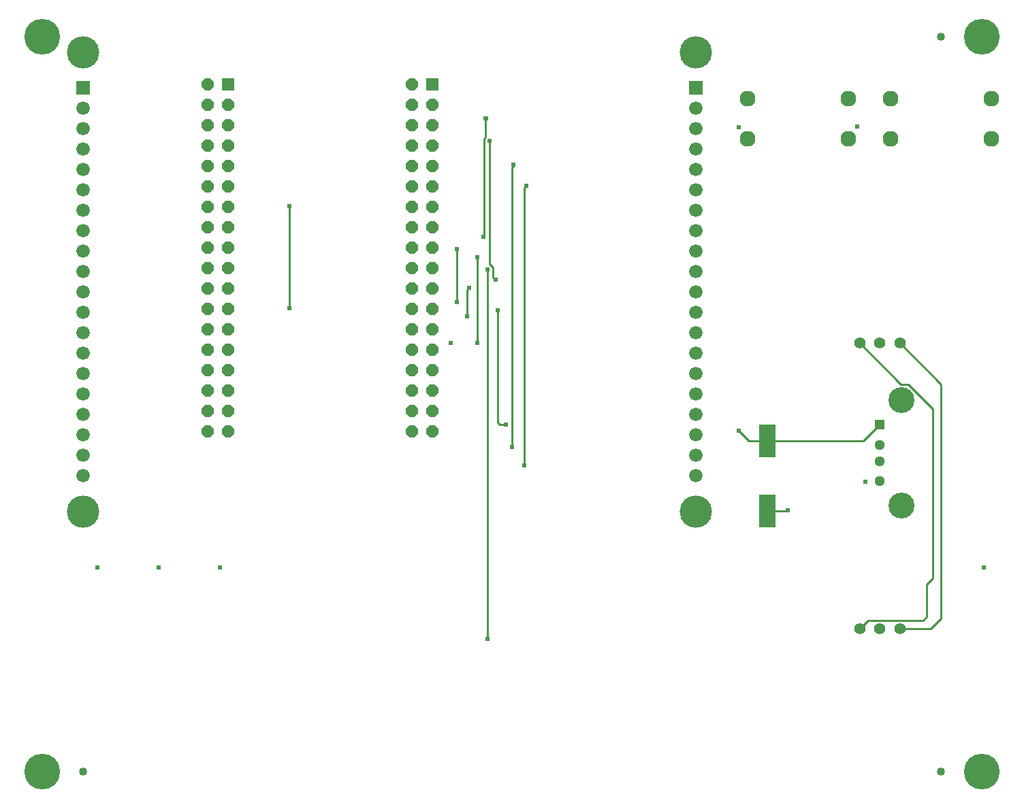
<source format=gbr>
G04 EAGLE Gerber RS-274X export*
G75*
%MOMM*%
%FSLAX34Y34*%
%LPD*%
%INBottom Copper*%
%IPPOS*%
%AMOC8*
5,1,8,0,0,1.08239X$1,22.5*%
G01*
%ADD10R,2.000000X4.100000*%
%ADD11C,1.016000*%
%ADD12R,1.288000X1.288000*%
%ADD13C,1.288000*%
%ADD14C,3.220000*%
%ADD15R,1.676400X1.676400*%
%ADD16C,1.676400*%
%ADD17C,4.016000*%
%ADD18C,4.445000*%
%ADD19C,1.400000*%
%ADD20C,1.960000*%
%ADD21R,1.524000X1.524000*%
%ADD22P,1.649562X8X292.500000*%
%ADD23C,0.609600*%
%ADD24C,0.254000*%


D10*
X952500Y462600D03*
X952500Y375600D03*
D11*
X1168400Y50800D03*
X101600Y50800D03*
X1168400Y965200D03*
D12*
X1092200Y482600D03*
D13*
X1092200Y457600D03*
X1092200Y437600D03*
X1092200Y412600D03*
D14*
X1119300Y513300D03*
X1119300Y381900D03*
D15*
X863600Y901700D03*
D16*
X863600Y876300D03*
X863600Y850900D03*
X863600Y825500D03*
X863600Y800100D03*
X863600Y774700D03*
X863600Y749300D03*
X863600Y723900D03*
X863600Y698500D03*
X863600Y673100D03*
X863600Y647700D03*
X863600Y622300D03*
X863600Y596900D03*
X863600Y571500D03*
X863600Y546100D03*
X863600Y520700D03*
X863600Y495300D03*
X863600Y469900D03*
X863600Y444500D03*
X863600Y419100D03*
D15*
X101600Y901700D03*
D16*
X101600Y876300D03*
X101600Y850900D03*
X101600Y825500D03*
X101600Y800100D03*
X101600Y774700D03*
X101600Y749300D03*
X101600Y723900D03*
X101600Y698500D03*
X101600Y673100D03*
X101600Y647700D03*
X101600Y622300D03*
X101600Y596900D03*
X101600Y571500D03*
X101600Y546100D03*
X101600Y520700D03*
X101600Y495300D03*
X101600Y469900D03*
X101600Y444500D03*
X101600Y419100D03*
D17*
X101600Y946150D03*
X101600Y374650D03*
X863600Y946150D03*
X863600Y374650D03*
D18*
X1219200Y965200D03*
X1219200Y50800D03*
X50800Y50800D03*
X50800Y965200D03*
D19*
X1067200Y584200D03*
X1092200Y584200D03*
X1117200Y584200D03*
X1067200Y228600D03*
X1092200Y228600D03*
X1117200Y228600D03*
D20*
X1053100Y888600D03*
X1053100Y838600D03*
X928100Y838600D03*
X928100Y888600D03*
X1230900Y888600D03*
X1230900Y838600D03*
X1105900Y838600D03*
X1105900Y888600D03*
D21*
X536200Y906100D03*
D22*
X510800Y906100D03*
X536200Y880700D03*
X510800Y880700D03*
X536200Y855300D03*
X510800Y855300D03*
X536200Y829900D03*
X510800Y829900D03*
X536200Y804500D03*
X510800Y804500D03*
X536200Y779100D03*
X510800Y779100D03*
X536200Y753700D03*
X510800Y753700D03*
X536200Y728300D03*
X510800Y728300D03*
X536200Y702900D03*
X510800Y702900D03*
X536200Y677500D03*
X510800Y677500D03*
X536200Y652100D03*
X510800Y652100D03*
X536200Y626700D03*
X510800Y626700D03*
X536200Y601300D03*
X510800Y601300D03*
X536200Y575900D03*
X510800Y575900D03*
X536200Y550500D03*
X510800Y550500D03*
X536200Y525100D03*
X510800Y525100D03*
X536200Y499700D03*
X510800Y499700D03*
X536200Y474300D03*
X510800Y474300D03*
D21*
X282200Y906100D03*
D22*
X256800Y906100D03*
X282200Y880700D03*
X256800Y880700D03*
X282200Y855300D03*
X256800Y855300D03*
X282200Y829900D03*
X256800Y829900D03*
X282200Y804500D03*
X256800Y804500D03*
X282200Y779100D03*
X256800Y779100D03*
X282200Y753700D03*
X256800Y753700D03*
X282200Y728300D03*
X256800Y728300D03*
X282200Y702900D03*
X256800Y702900D03*
X282200Y677500D03*
X256800Y677500D03*
X282200Y652100D03*
X256800Y652100D03*
X282200Y626700D03*
X256800Y626700D03*
X282200Y601300D03*
X256800Y601300D03*
X282200Y575900D03*
X256800Y575900D03*
X282200Y550500D03*
X256800Y550500D03*
X282200Y525100D03*
X256800Y525100D03*
X282200Y499700D03*
X256800Y499700D03*
X282200Y474300D03*
X256800Y474300D03*
D23*
X650240Y431800D03*
X650240Y431800D03*
X650240Y431800D03*
D24*
X650240Y777240D01*
X652780Y779780D01*
D23*
X652780Y779780D03*
X566420Y635000D03*
X566420Y635000D03*
X566420Y635000D03*
D24*
X566420Y701040D01*
D23*
X566420Y701040D03*
D24*
X1117200Y584200D02*
X1168400Y533000D01*
X1168400Y241300D01*
X1155700Y228600D01*
X1117200Y228600D01*
D23*
X604520Y215900D03*
X604520Y215900D03*
X604520Y215900D03*
D24*
X604520Y675640D01*
D23*
X604520Y675640D03*
X579120Y617220D03*
X579120Y617220D03*
X579120Y617220D03*
D24*
X579120Y650240D01*
X581660Y652780D01*
D23*
X581660Y652780D03*
X558800Y584200D03*
X558800Y584200D03*
X558800Y584200D03*
X591820Y584200D03*
X591820Y584200D03*
X591820Y584200D03*
D24*
X591820Y690880D01*
D23*
X591820Y690880D03*
D24*
X1067200Y584200D02*
X1118190Y533210D01*
X1127547Y533210D01*
X1158510Y291844D02*
X1150620Y283954D01*
X1150620Y243840D01*
X1158510Y502247D02*
X1127547Y533210D01*
X1158510Y502247D02*
X1158510Y291844D01*
X1150620Y243840D02*
X1146190Y239410D01*
X1087722Y239410D01*
X1078010Y239410D02*
X1067200Y228600D01*
X1078010Y239410D02*
X1087722Y239410D01*
D23*
X1064260Y853440D03*
X916559Y853059D03*
X119380Y304800D03*
X195580Y304800D03*
X271780Y304800D03*
D24*
X952500Y375600D02*
X977580Y375600D01*
X977900Y375920D01*
D23*
X977900Y375920D03*
X1074420Y411480D03*
X1221740Y304800D03*
X607060Y835660D03*
X607060Y835660D03*
X607060Y835660D03*
D24*
X607060Y682799D01*
X611378Y678481D01*
X611378Y666242D02*
X614680Y662940D01*
X611378Y666242D02*
X611378Y678481D01*
D23*
X614680Y662940D03*
D24*
X1072200Y462600D02*
X1092200Y482600D01*
X1072200Y462600D02*
X952500Y462600D01*
X929320Y462600D01*
X916940Y474980D01*
D23*
X916940Y474980D03*
D24*
X617220Y485140D02*
X617220Y624840D01*
D23*
X617220Y624840D03*
X358140Y627380D03*
X358140Y627380D03*
X358140Y627380D03*
D24*
X358140Y754380D01*
D23*
X358140Y754380D03*
X627380Y482600D03*
X627380Y482600D03*
X627380Y482600D03*
D24*
X619760Y482600D01*
X617220Y485140D01*
D23*
X602488Y864108D03*
X601980Y863600D03*
X601980Y863600D03*
D24*
X601980Y840279D01*
X600202Y838501D01*
X600202Y717042D02*
X599440Y716280D01*
X600202Y717042D02*
X600202Y838501D01*
D23*
X599440Y716280D03*
X635000Y454660D03*
X635000Y454660D03*
X635000Y454660D03*
D24*
X635000Y802640D01*
X637540Y805180D01*
X636270Y806450D01*
D23*
X636270Y806450D03*
M02*

</source>
